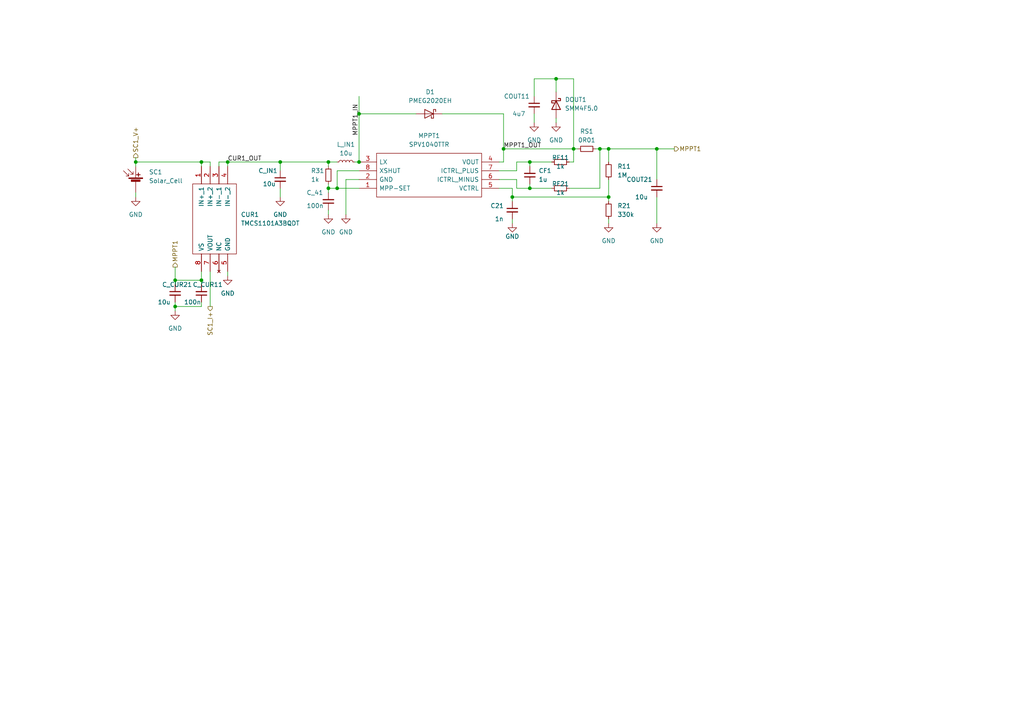
<source format=kicad_sch>
(kicad_sch (version 20211123) (generator eeschema)
  (paper "A4")
  (lib_symbols
    (symbol "Device:C_Small" (pin_numbers hide) (pin_names (offset 0.254) hide)
      (property "Reference" "C" (at 0.254 1.778 0))
      (property "Value" "C_Small" (at 0.254 -2.032 0))
      (symbol "C_Small_0_1"
        (polyline (pts (xy -1.524 -0.508) (xy 1.524 -0.508)) (stroke (width 0.3302)))
        (polyline (pts (xy -1.524 0.508) (xy 1.524 0.508)) (stroke (width 0.3048)))
      )
      (symbol "C_Small_1_1"
        (pin passive line (at 0 2.54 270) (length 2.032) (name "~") (number "1"))
        (pin passive line (at 0 -2.54 90) (length 2.032) (name "~") (number "2"))
      )
    )
    (symbol "Device:D_Schottky" (pin_numbers hide) (pin_names (offset 1.016) hide)
      (property "Reference" "D" (at 0 2.54 0))
      (property "Value" "D_Schottky" (at 0 -2.54 0))
      (symbol "D_Schottky_0_1"
        (polyline (pts (xy 1.27 0) (xy -1.27 0)))
        (polyline (pts (xy 1.27 1.27) (xy 1.27 -1.27) (xy -1.27 0) (xy 1.27 1.27)) (stroke (width 0.254)))
        (polyline (pts (xy -1.905 0.635) (xy -1.905 1.27) (xy -1.27 1.27) (xy -1.27 -1.27) (xy -0.635 -1.27) (xy -0.635 -0.635)) (stroke (width 0.254)))
      )
      (symbol "D_Schottky_1_1"
        (pin passive line (at -3.81 0 0) (length 2.54) (name "K") (number "1"))
        (pin passive line (at 3.81 0 180) (length 2.54) (name "A") (number "2"))
      )
    )
    (symbol "Device:L_Small" (pin_numbers hide) (pin_names (offset 0.254) hide)
      (property "Reference" "L" (at 0.762 1.016 0))
      (property "Value" "L_Small" (at 0.762 -1.016 0))
      (symbol "L_Small_0_1"
        (arc (start 0 -2.032) (mid 0.508 -1.524) (end 0 -1.016))
        (arc (start 0 -1.016) (mid 0.508 -0.508) (end 0 0))
        (arc (start 0 0) (mid 0.508 0.508) (end 0 1.016))
        (arc (start 0 1.016) (mid 0.508 1.524) (end 0 2.032))
      )
      (symbol "L_Small_1_1"
        (pin passive line (at 0 2.54 270) (length 0.508) (name "~") (number "1"))
        (pin passive line (at 0 -2.54 90) (length 0.508) (name "~") (number "2"))
      )
    )
    (symbol "Device:R_Small" (pin_numbers hide) (pin_names (offset 0.254) hide)
      (property "Reference" "R" (at 0.762 0.508 0))
      (property "Value" "R_Small" (at 0.762 -1.016 0))
      (symbol "R_Small_0_1"
        (rectangle (start -0.762 1.778) (end 0.762 -1.778) (stroke (width 0.2032)))
      )
      (symbol "R_Small_1_1"
        (pin passive line (at 0 2.54 270) (length 0.762) (name "~") (number "1"))
        (pin passive line (at 0 -2.54 90) (length 0.762) (name "~") (number "2"))
      )
    )
    (symbol "Device:Solar_Cell" (pin_numbers hide) (pin_names (offset 0) hide)
      (property "Reference" "SC" (at 2.54 2.54 0))
      (property "Value" "Solar_Cell" (at 2.54 0 0))
      (symbol "Solar_Cell_0_1"
        (rectangle (start -2.032 1.778) (end 2.032 1.524) (fill (type outline)))
        (rectangle (start -1.3208 1.1938) (end 1.27 0.6858) (fill (type outline)))
        (polyline (pts (xy -2.032 2.286) (xy -3.556 3.81)))
        (polyline (pts (xy -0.762 2.794) (xy -2.286 4.318)))
        (polyline (pts (xy 0 0.762) (xy 0 0)))
        (polyline (pts (xy 0 1.778) (xy 0 2.54)))
        (polyline (pts (xy 0.254 2.667) (xy 1.27 2.667)) (stroke (width 0.254)))
        (polyline (pts (xy 0.762 3.175) (xy 0.762 2.159)) (stroke (width 0.254)))
        (polyline (pts (xy -2.032 3.048) (xy -2.032 2.286) (xy -2.794 2.286)))
        (polyline (pts (xy -0.762 3.556) (xy -0.762 2.794) (xy -1.524 2.794)))
      )
      (symbol "Solar_Cell_1_1"
        (pin passive line (at 0 5.08 270) (length 2.54) (name "+") (number "1"))
        (pin passive line (at 0 -2.54 90) (length 2.54) (name "-") (number "2"))
      )
    )
    (symbol "Diode:PMEG2020EH" (pin_numbers hide) (pin_names hide)
      (property "Reference" "D" (at 0 2.54 0))
      (property "Value" "PMEG2020EH" (at 0 -2.54 0))
      (symbol "PMEG2020EH_0_1"
        (polyline (pts (xy 1.27 0) (xy -1.27 0)))
        (polyline (pts (xy 1.27 1.27) (xy 1.27 -1.27) (xy -1.27 0) (xy 1.27 1.27)) (stroke (width 0.2032)))
        (polyline (pts (xy -1.905 0.635) (xy -1.905 1.27) (xy -1.27 1.27) (xy -1.27 -1.27) (xy -0.635 -1.27) (xy -0.635 -0.635)) (stroke (width 0.2032)))
      )
      (symbol "PMEG2020EH_1_1"
        (pin passive line (at -3.81 0 0) (length 2.54) (name "K") (number "1"))
        (pin passive line (at 3.81 0 180) (length 2.54) (name "A") (number "2"))
      )
    )
    (symbol "SamacSys:SPV1040TTR" (pin_names (offset 0.762))
      (property "Reference" "IC?" (at 20.32 7.62 0))
      (property "Value" "SPV1040TTR" (at 20.32 5.08 0))
      (symbol "SPV1040TTR_0_0"
        (pin input line (at 0 -7.62 0) (length 5.08) (name "MPP-SET") (number "1"))
        (pin power_in line (at 0 -5.08 0) (length 5.08) (name "GND") (number "2"))
        (pin input line (at 0 0 0) (length 5.08) (name "LX") (number "3"))
        (pin output line (at 40.64 0 180) (length 5.08) (name "VOUT") (number "4"))
        (pin input line (at 40.64 -7.62 180) (length 5.08) (name "VCTRL") (number "5"))
        (pin input line (at 40.64 -5.08 180) (length 5.08) (name "ICTRL_MINUS") (number "6"))
        (pin input line (at 40.64 -2.54 180) (length 5.08) (name "ICTRL_PLUS") (number "7"))
        (pin input line (at 0 -2.54 0) (length 5.08) (name "XSHUT") (number "8"))
      )
      (symbol "SPV1040TTR_0_1"
        (polyline (pts (xy 5.08 2.54) (xy 35.56 2.54) (xy 35.56 -10.16) (xy 5.08 -10.16) (xy 5.08 2.54)) (stroke (width 0.1524)))
      )
    )
    (symbol "SamacSys_Parts:TMCS1101A3BQDT" (pin_names (offset 0.762))
      (property "Reference" "IC" (at 26.67 7.62 0))
      (property "Value" "TMCS1101A3BQDT" (at 26.67 5.08 0))
      (symbol "TMCS1101A3BQDT_0_0"
        (pin passive line (at 0 0 0) (length 5.08) (name "IN+_1") (number "1"))
        (pin passive line (at 0 -2.54 0) (length 5.08) (name "IN+_2") (number "2"))
        (pin passive line (at 0 -5.08 0) (length 5.08) (name "IN-_1") (number "3"))
        (pin passive line (at 0 -7.62 0) (length 5.08) (name "IN-_2") (number "4"))
        (pin passive line (at 30.48 -7.62 180) (length 5.08) (name "GND") (number "5"))
        (pin no_connect line (at 30.48 -5.08 180) (length 5.08) (name "NC") (number "6"))
        (pin passive line (at 30.48 -2.54 180) (length 5.08) (name "VOUT") (number "7"))
        (pin passive line (at 30.48 0 180) (length 5.08) (name "VS") (number "8"))
      )
      (symbol "TMCS1101A3BQDT_0_1"
        (polyline (pts (xy 5.08 2.54) (xy 25.4 2.54) (xy 25.4 -10.16) (xy 5.08 -10.16) (xy 5.08 2.54)) (stroke (width 0.1524)))
      )
    )
    (symbol "power:GND" (power) (pin_names (offset 0))
      (property "Value" "GND" (at 0 -3.81 0))
      (symbol "GND_0_1"
        (polyline (pts (xy 0 0) (xy 0 -1.27) (xy 1.27 -1.27) (xy 0 -2.54) (xy -1.27 -1.27) (xy 0 -1.27)))
      )
      (symbol "GND_1_1"
        (pin power_in line (at 0 0 270) (length 0) hide (name "GND") (number "1"))
      )
    )
  )
  (junction (at 104.14 46.99))
  (junction (at 176.53 57.15))
  (junction (at 190.5 43.18))
  (junction (at 153.67 46.99))
  (junction (at 104.14 33.02))
  (junction (at 58.42 81.28))
  (junction (at 97.79 54.61))
  (junction (at 166.37 43.18))
  (junction (at 148.59 57.15))
  (junction (at 58.42 46.99))
  (junction (at 66.04 46.99))
  (junction (at 173.99 43.18))
  (junction (at 50.8 88.9))
  (junction (at 153.67 54.61))
  (junction (at 39.37 46.99))
  (junction (at 146.05 43.18))
  (junction (at 95.25 46.99))
  (junction (at 50.8 81.28))
  (junction (at 81.28 46.99))
  (junction (at 95.25 54.61))
  (junction (at 161.29 22.86))
  (junction (at 176.53 43.18))
  (wire (pts (xy 39.37 46.99) (xy 39.37 48.26)))
  (wire (pts (xy 165.1 54.61) (xy 173.99 54.61)))
  (wire (pts (xy 63.5 46.99) (xy 63.5 48.26)))
  (wire (pts (xy 97.79 49.53) (xy 97.79 54.61)))
  (wire (pts (xy 104.14 27.94) (xy 104.14 33.02)))
  (wire (pts (xy 146.05 33.02) (xy 146.05 43.18)))
  (wire (pts (xy 148.59 57.15) (xy 148.59 54.61)))
  (wire (pts (xy 50.8 88.9) (xy 58.42 88.9)))
  (wire (pts (xy 154.94 27.94) (xy 154.94 22.86)))
  (wire (pts (xy 153.67 46.99) (xy 160.02 46.99)))
  (wire (pts (xy 104.14 49.53) (xy 97.79 49.53)))
  (wire (pts (xy 66.04 46.99) (xy 81.28 46.99)))
  (wire (pts (xy 95.25 54.61) (xy 95.25 55.88)))
  (wire (pts (xy 153.67 46.99) (xy 149.86 46.99)))
  (wire (pts (xy 149.86 54.61) (xy 153.67 54.61)))
  (wire (pts (xy 161.29 34.29) (xy 161.29 35.56)))
  (wire (pts (xy 166.37 43.18) (xy 167.64 43.18)))
  (wire (pts (xy 166.37 22.86) (xy 166.37 43.18)))
  (wire (pts (xy 50.8 81.28) (xy 50.8 82.55)))
  (wire (pts (xy 176.53 43.18) (xy 173.99 43.18)))
  (wire (pts (xy 144.78 52.07) (xy 149.86 52.07)))
  (wire (pts (xy 146.05 43.18) (xy 166.37 43.18)))
  (wire (pts (xy 81.28 49.53) (xy 81.28 46.99)))
  (wire (pts (xy 154.94 33.02) (xy 154.94 35.56)))
  (wire (pts (xy 153.67 54.61) (xy 160.02 54.61)))
  (wire (pts (xy 161.29 22.86) (xy 161.29 26.67)))
  (wire (pts (xy 60.96 46.99) (xy 60.96 48.26)))
  (wire (pts (xy 58.42 78.74) (xy 58.42 81.28)))
  (wire (pts (xy 149.86 49.53) (xy 144.78 49.53)))
  (wire (pts (xy 97.79 54.61) (xy 95.25 54.61)))
  (wire (pts (xy 58.42 87.63) (xy 58.42 88.9)))
  (wire (pts (xy 50.8 87.63) (xy 50.8 88.9)))
  (wire (pts (xy 95.25 54.61) (xy 95.25 53.34)))
  (wire (pts (xy 172.72 43.18) (xy 173.99 43.18)))
  (wire (pts (xy 66.04 78.74) (xy 66.04 80.01)))
  (wire (pts (xy 58.42 46.99) (xy 60.96 46.99)))
  (wire (pts (xy 100.33 52.07) (xy 100.33 62.23)))
  (wire (pts (xy 176.53 52.07) (xy 176.53 57.15)))
  (wire (pts (xy 144.78 54.61) (xy 148.59 54.61)))
  (wire (pts (xy 195.58 43.18) (xy 190.5 43.18)))
  (wire (pts (xy 161.29 22.86) (xy 166.37 22.86)))
  (wire (pts (xy 104.14 33.02) (xy 104.14 46.99)))
  (wire (pts (xy 190.5 57.15) (xy 190.5 64.77)))
  (wire (pts (xy 146.05 46.99) (xy 146.05 43.18)))
  (wire (pts (xy 95.25 46.99) (xy 97.79 46.99)))
  (wire (pts (xy 153.67 54.61) (xy 153.67 53.34)))
  (wire (pts (xy 176.53 46.99) (xy 176.53 43.18)))
  (wire (pts (xy 95.25 60.96) (xy 95.25 62.23)))
  (wire (pts (xy 190.5 43.18) (xy 176.53 43.18)))
  (wire (pts (xy 153.67 48.26) (xy 153.67 46.99)))
  (wire (pts (xy 63.5 46.99) (xy 66.04 46.99)))
  (wire (pts (xy 39.37 45.72) (xy 39.37 46.99)))
  (wire (pts (xy 190.5 43.18) (xy 190.5 52.07)))
  (wire (pts (xy 104.14 54.61) (xy 97.79 54.61)))
  (wire (pts (xy 104.14 52.07) (xy 100.33 52.07)))
  (wire (pts (xy 66.04 46.99) (xy 66.04 48.26)))
  (wire (pts (xy 58.42 81.28) (xy 58.42 82.55)))
  (wire (pts (xy 50.8 77.47) (xy 50.8 81.28)))
  (wire (pts (xy 154.94 22.86) (xy 161.29 22.86)))
  (wire (pts (xy 39.37 46.99) (xy 58.42 46.99)))
  (wire (pts (xy 58.42 46.99) (xy 58.42 48.26)))
  (wire (pts (xy 176.53 57.15) (xy 148.59 57.15)))
  (wire (pts (xy 50.8 88.9) (xy 50.8 90.17)))
  (wire (pts (xy 149.86 46.99) (xy 149.86 49.53)))
  (wire (pts (xy 95.25 46.99) (xy 95.25 48.26)))
  (wire (pts (xy 81.28 54.61) (xy 81.28 57.15)))
  (wire (pts (xy 60.96 78.74) (xy 60.96 88.9)))
  (wire (pts (xy 148.59 64.77) (xy 148.59 63.5)))
  (wire (pts (xy 176.53 63.5) (xy 176.53 64.77)))
  (wire (pts (xy 144.78 46.99) (xy 146.05 46.99)))
  (wire (pts (xy 104.14 33.02) (xy 120.65 33.02)))
  (wire (pts (xy 166.37 46.99) (xy 165.1 46.99)))
  (wire (pts (xy 128.27 33.02) (xy 146.05 33.02)))
  (wire (pts (xy 39.37 55.88) (xy 39.37 57.15)))
  (wire (pts (xy 148.59 57.15) (xy 148.59 58.42)))
  (wire (pts (xy 50.8 81.28) (xy 58.42 81.28)))
  (wire (pts (xy 102.87 46.99) (xy 104.14 46.99)))
  (wire (pts (xy 176.53 58.42) (xy 176.53 57.15)))
  (wire (pts (xy 149.86 52.07) (xy 149.86 54.61)))
  (wire (pts (xy 166.37 43.18) (xy 166.37 46.99)))
  (wire (pts (xy 81.28 46.99) (xy 95.25 46.99)))
  (wire (pts (xy 173.99 43.18) (xy 173.99 54.61)))
  (label "CUR1_OUT" (at 66.04 46.99 0))
  (label "MPPT1_OUT" (at 146.05 43.18 0))
  (label "MPPT1_IN" (at 104.14 39.37 90))
  (hierarchical_label "MPPT1" (shape output) (at 50.8 77.47 90))
  (hierarchical_label "SC1_I+" (shape output) (at 60.96 88.9 270))
  (hierarchical_label "SC1_V+" (shape output) (at 39.37 45.72 90))
  (hierarchical_label "MPPT1" (shape output) (at 195.58 43.18 0))
  (symbol (lib_id "Device:R_Small") (at 170.18 43.18 270) (unit 1)
    (property "Reference" "RS1" (at 170.18 38.1 90))
    (property "Value" "0R01" (at 170.18 40.64 90))
    (property "Footprint" "Resistor_SMD:R_0603_1608Metric" (effects hide))
  )
  (symbol (lib_id "Device:C_Small") (at 148.59 60.96 0) (unit 1)
    (property "Reference" "C21" (at 142.24 59.69 0) (effects (justify left)))
    (property "Value" "1n" (at 143.51 63.5 0) (effects (justify left)))
    (property "Footprint" "Capacitor_SMD:C_0603_1608Metric" (effects hide))
  )
  (symbol (lib_id "Device:C_Small") (at 190.5 54.61 0) (unit 1)
    (property "Reference" "COUT21" (at 189.23 52.07 0) (effects (justify right)))
    (property "Value" "10u" (at 187.96 57.15 0) (effects (justify right)))
    (property "Footprint" "Capacitor_SMD:C_0603_1608Metric" (effects hide))
  )
  (symbol (lib_id "power:GND") (at 95.25 62.23 0) (unit 1)
    (property "Reference" "#PWR010" (effects hide))
    (property "Value" "GND" (at 95.25 67.31 0))
  )
  (symbol (lib_id "Device:R_Small") (at 176.53 60.96 180) (unit 1)
    (property "Reference" "R21" (at 179.07 59.6899 0) (effects (justify right)))
    (property "Value" "330k" (at 179.07 62.2299 0) (effects (justify right)))
    (property "Footprint" "Resistor_SMD:R_0603_1608Metric" (effects hide))
  )
  (symbol (lib_id "Device:R_Small") (at 176.53 49.53 180) (unit 1)
    (property "Reference" "R11" (at 179.07 48.2599 0) (effects (justify right)))
    (property "Value" "1M" (at 179.07 50.7999 0) (effects (justify right)))
    (property "Footprint" "Resistor_SMD:R_0603_1608Metric" (effects hide))
  )
  (symbol (lib_id "Device:R_Small") (at 95.25 50.8 180) (unit 1)
    (property "Reference" "R31" (at 90.17 49.53 0) (effects (justify right)))
    (property "Value" "1k" (at 90.17 52.07 0) (effects (justify right)))
    (property "Footprint" "Resistor_SMD:R_0603_1608Metric" (effects hide))
  )
  (symbol (lib_id "power:GND") (at 39.37 57.15 0) (unit 1)
    (property "Reference" "#PWR0108" (effects hide))
    (property "Value" "GND" (at 39.37 62.23 0))
  )
  (symbol (lib_id "power:GND") (at 66.04 80.01 0) (unit 1)
    (property "Reference" "#PWR07" (effects hide))
    (property "Value" "GND" (at 66.04 85.09 0))
  )
  (symbol (lib_id "SamacSys:SPV1040TTR") (at 104.14 46.99 0) (unit 1)
    (property "Reference" "MPPT1" (at 124.46 39.37 0))
    (property "Value" "SPV1040TTR" (at 124.46 41.91 0))
    (property "Footprint" "Package_SO:TSSOP-8_4.4x3mm_P0.65mm" (effects hide))
    (property "Description" "Switching Voltage Regulators Hi Eff Solar Charger MPPT 0.3V to 5.5V" (effects hide))
    (property "Height" "1.2" (effects hide))
    (property "Mouser Part Number" "511-SPV1040TTR" (effects hide))
    (property "Mouser Price/Stock" "https://www.mouser.co.uk/ProductDetail/STMicroelectronics/SPV1040TTR?qs=AHLdMMsI%252Bhr%2Fj5DYN1qCwQ%3D%3D" (effects hide))
    (property "Manufacturer_Name" "STMicroelectronics" (effects hide))
    (property "Manufacturer_Part_Number" "SPV1040TTR" (effects hide))
  )
  (symbol (lib_id "Device:R_Small") (at 162.56 46.99 270) (unit 1)
    (property "Reference" "RF11" (at 162.56 45.72 90))
    (property "Value" "1k" (at 162.56 48.26 90))
    (property "Footprint" "Resistor_SMD:R_0603_1608Metric" (effects hide))
  )
  (symbol (lib_id "power:GND") (at 154.94 35.56 0) (unit 1)
    (property "Reference" "#PWR014" (effects hide))
    (property "Value" "GND" (at 154.94 40.64 0))
  )
  (symbol (lib_id "Device:C_Small") (at 81.28 52.07 0) (unit 1)
    (property "Reference" "C_IN1" (at 74.93 49.53 0) (effects (justify left)))
    (property "Value" "10u" (at 76.2 53.34 0) (effects (justify left)))
    (property "Footprint" "Capacitor_SMD:C_0603_1608Metric" (effects hide))
  )
  (symbol (lib_id "power:GND") (at 190.5 64.77 0) (unit 1)
    (property "Reference" "#PWR0109" (effects hide))
    (property "Value" "GND" (at 190.5 69.85 0))
  )
  (symbol (lib_id "Device:C_Small") (at 154.94 30.48 0) (unit 1)
    (property "Reference" "COUT11" (at 153.67 27.94 0) (effects (justify right)))
    (property "Value" "4u7" (at 152.4 33.02 0) (effects (justify right)))
    (property "Footprint" "Capacitor_SMD:C_0603_1608Metric" (effects hide))
  )
  (symbol (lib_id "Device:R_Small") (at 162.56 54.61 270) (unit 1)
    (property "Reference" "RF21" (at 162.56 53.34 90))
    (property "Value" "1k" (at 162.56 55.88 90))
    (property "Footprint" "Resistor_SMD:R_0603_1608Metric" (effects hide))
  )
  (symbol (lib_id "SamacSys_Parts:TMCS1101A3BQDT") (at 58.42 48.26 90) (mirror x) (unit 1)
    (property "Reference" "CUR1" (at 69.85 62.2299 90) (effects (justify right)))
    (property "Value" "TMCS1101A3BQDT" (at 69.85 64.7699 90) (effects (justify right)))
    (property "Footprint" "Package_SO:SOIC-8_3.9x4.9mm_P1.27mm" (effects hide))
    (property "Datasheet" "http://www.ti.com/general/docs/lit/getliterature.tsp?genericPartNumber=TMCS1101&fileType=pdf" (effects hide))
    (property "Description" "Board Mount Current Sensors Precision isolated current sensor with internal reference 8-SOIC -40 to 125" (effects hide))
    (property "Height" "1.75" (effects hide))
    (property "Mouser Part Number" "595-TMCS1101A3BQDT" (effects hide))
    (property "Mouser Price/Stock" "https://www.mouser.co.uk/ProductDetail/Texas-Instruments/TMCS1101A3BQDT?qs=sPbYRqrBIVlcEjfuuH8LqA%3D%3D" (effects hide))
    (property "Manufacturer_Name" "Texas Instruments" (effects hide))
    (property "Manufacturer_Part_Number" "TMCS1101A3BQDT" (effects hide))
  )
  (symbol (lib_id "Device:C_Small") (at 153.67 50.8 180) (unit 1)
    (property "Reference" "CF1" (at 156.21 49.5235 0) (effects (justify right)))
    (property "Value" "1u" (at 156.21 52.0635 0) (effects (justify right)))
    (property "Footprint" "Capacitor_SMD:C_0603_1608Metric" (effects hide))
  )
  (symbol (lib_id "Device:C_Small") (at 95.25 58.42 180) (unit 1)
    (property "Reference" "C_41" (at 88.9 55.88 0) (effects (justify right)))
    (property "Value" "100n" (at 88.9 59.69 0) (effects (justify right)))
    (property "Footprint" "Capacitor_SMD:C_0603_1608Metric" (effects hide))
  )
  (symbol (lib_id "Device:C_Small") (at 50.8 85.09 0) (mirror y) (unit 1)
    (property "Reference" "C_CUR21" (at 46.99 82.55 0) (effects (justify right)))
    (property "Value" "10u" (at 45.72 87.63 0) (effects (justify right)))
    (property "Footprint" "Capacitor_SMD:C_0603_1608Metric" (effects hide))
  )
  (symbol (lib_id "Device:L_Small") (at 100.33 46.99 90) (unit 1)
    (property "Reference" "L_IN1" (at 100.33 41.91 90))
    (property "Value" "10u" (at 100.33 44.45 90))
    (property "Footprint" "STS_Inductor_SMD:IND_XAL6060-103MEC" (effects hide))
  )
  (symbol (lib_id "power:GND") (at 50.8 90.17 0) (unit 1)
    (property "Reference" "#PWR01" (effects hide))
    (property "Value" "GND" (at 50.8 95.25 0))
  )
  (symbol (lib_id "Device:D_Schottky") (at 161.29 30.48 270) (unit 1)
    (property "Reference" "DOUT1" (at 163.83 28.8924 90) (effects (justify left)))
    (property "Value" "SMM4F5.0" (at 163.83 31.4324 90) (effects (justify left)))
    (property "Footprint" "SamacSys:STMITE" (effects hide))
  )
  (symbol (lib_id "Diode:PMEG2020EH") (at 124.46 33.02 0) (mirror y) (unit 1)
    (property "Reference" "D1" (at 124.7775 26.67 0))
    (property "Value" "PMEG2020EH" (at 124.7775 29.21 0))
    (property "Footprint" "Diode_SMD:D_SOD-123F" (effects hide))
    (property "Datasheet" "https://assets.nexperia.com/documents/data-sheet/PMEG2020EH_EJ.pdf" (effects hide))
  )
  (symbol (lib_id "power:GND") (at 176.53 64.77 0) (unit 1)
    (property "Reference" "#PWR0104" (effects hide))
    (property "Value" "GND" (at 176.53 69.85 0))
  )
  (symbol (lib_id "Device:C_Small") (at 58.42 85.09 180) (unit 1)
    (property "Reference" "C_CUR11" (at 55.88 82.55 0) (effects (justify right)))
    (property "Value" "100n" (at 53.34 87.63 0) (effects (justify right)))
    (property "Footprint" "Capacitor_SMD:C_0603_1608Metric" (effects hide))
  )
  (symbol (lib_id "power:GND") (at 81.28 57.15 0) (unit 1)
    (property "Reference" "#PWR0106" (effects hide))
    (property "Value" "GND" (at 81.28 62.23 0))
  )
  (symbol (lib_id "power:GND") (at 148.59 64.77 0) (unit 1)
    (property "Reference" "#PWR0103" (effects hide))
    (property "Value" "GND" (at 148.59 68.58 0))
  )
  (symbol (lib_id "Device:Solar_Cell") (at 39.37 53.34 0) (unit 1)
    (property "Reference" "SC1" (at 43.18 49.9109 0) (effects (justify left)))
    (property "Value" "Solar_Cell" (at 43.18 52.4509 0) (effects (justify left)))
    (property "Footprint" "STS_Solarcells:3G30A_40x80" (effects hide))
  )
  (symbol (lib_id "power:GND") (at 100.33 62.23 0) (unit 1)
    (property "Reference" "#PWR0105" (effects hide))
    (property "Value" "GND" (at 100.33 67.31 0))
  )
  (symbol (lib_id "power:GND") (at 161.29 35.56 0) (unit 1)
    (property "Reference" "#PWR016" (effects hide))
    (property "Value" "GND" (at 161.29 40.64 0))
  )
)
</source>
